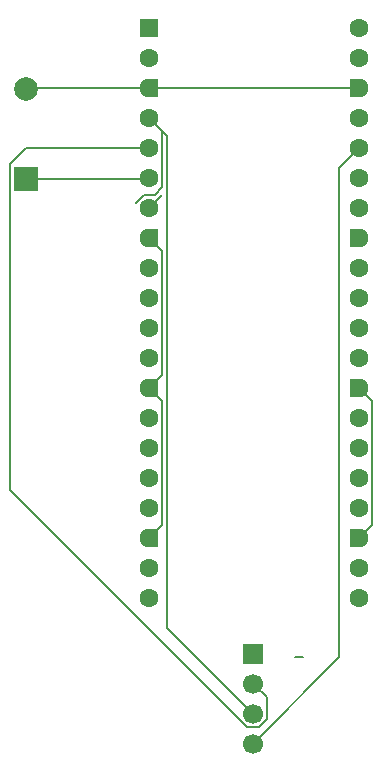
<source format=gbr>
%TF.GenerationSoftware,KiCad,Pcbnew,9.0.2*%
%TF.CreationDate,2025-06-22T19:03:17+05:30*%
%TF.ProjectId,rpiblindstick,72706962-6c69-46e6-9473-7469636b2e6b,rev?*%
%TF.SameCoordinates,Original*%
%TF.FileFunction,Copper,L2,Bot*%
%TF.FilePolarity,Positive*%
%FSLAX46Y46*%
G04 Gerber Fmt 4.6, Leading zero omitted, Abs format (unit mm)*
G04 Created by KiCad (PCBNEW 9.0.2) date 2025-06-22 19:03:17*
%MOMM*%
%LPD*%
G01*
G04 APERTURE LIST*
G04 Aperture macros list*
%AMRoundRect*
0 Rectangle with rounded corners*
0 $1 Rounding radius*
0 $2 $3 $4 $5 $6 $7 $8 $9 X,Y pos of 4 corners*
0 Add a 4 corners polygon primitive as box body*
4,1,4,$2,$3,$4,$5,$6,$7,$8,$9,$2,$3,0*
0 Add four circle primitives for the rounded corners*
1,1,$1+$1,$2,$3*
1,1,$1+$1,$4,$5*
1,1,$1+$1,$6,$7*
1,1,$1+$1,$8,$9*
0 Add four rect primitives between the rounded corners*
20,1,$1+$1,$2,$3,$4,$5,0*
20,1,$1+$1,$4,$5,$6,$7,0*
20,1,$1+$1,$6,$7,$8,$9,0*
20,1,$1+$1,$8,$9,$2,$3,0*%
%AMFreePoly0*
4,1,37,0.603843,0.796157,0.639018,0.796157,0.711114,0.766294,0.766294,0.711114,0.796157,0.639018,0.796157,0.603843,0.800000,0.600000,0.800000,-0.600000,0.796157,-0.603843,0.796157,-0.639018,0.766294,-0.711114,0.711114,-0.766294,0.639018,-0.796157,0.603843,-0.796157,0.600000,-0.800000,0.000000,-0.800000,0.000000,-0.796148,-0.078414,-0.796148,-0.232228,-0.765552,-0.377117,-0.705537,
-0.507515,-0.618408,-0.618408,-0.507515,-0.705537,-0.377117,-0.765552,-0.232228,-0.796148,-0.078414,-0.796148,0.078414,-0.765552,0.232228,-0.705537,0.377117,-0.618408,0.507515,-0.507515,0.618408,-0.377117,0.705537,-0.232228,0.765552,-0.078414,0.796148,0.000000,0.796148,0.000000,0.800000,0.600000,0.800000,0.603843,0.796157,0.603843,0.796157,$1*%
%AMFreePoly1*
4,1,37,0.000000,0.796148,0.078414,0.796148,0.232228,0.765552,0.377117,0.705537,0.507515,0.618408,0.618408,0.507515,0.705537,0.377117,0.765552,0.232228,0.796148,0.078414,0.796148,-0.078414,0.765552,-0.232228,0.705537,-0.377117,0.618408,-0.507515,0.507515,-0.618408,0.377117,-0.705537,0.232228,-0.765552,0.078414,-0.796148,0.000000,-0.796148,0.000000,-0.800000,-0.600000,-0.800000,
-0.603843,-0.796157,-0.639018,-0.796157,-0.711114,-0.766294,-0.766294,-0.711114,-0.796157,-0.639018,-0.796157,-0.603843,-0.800000,-0.600000,-0.800000,0.600000,-0.796157,0.603843,-0.796157,0.639018,-0.766294,0.711114,-0.711114,0.766294,-0.639018,0.796157,-0.603843,0.796157,-0.600000,0.800000,0.000000,0.800000,0.000000,0.796148,0.000000,0.796148,$1*%
G04 Aperture macros list end*
%TA.AperFunction,ComponentPad*%
%ADD10R,1.700000X1.700000*%
%TD*%
%TA.AperFunction,ComponentPad*%
%ADD11C,1.700000*%
%TD*%
%TA.AperFunction,ComponentPad*%
%ADD12RoundRect,0.200000X-0.600000X-0.600000X0.600000X-0.600000X0.600000X0.600000X-0.600000X0.600000X0*%
%TD*%
%TA.AperFunction,ComponentPad*%
%ADD13C,1.600000*%
%TD*%
%TA.AperFunction,ComponentPad*%
%ADD14FreePoly0,0.000000*%
%TD*%
%TA.AperFunction,ComponentPad*%
%ADD15FreePoly1,0.000000*%
%TD*%
%TA.AperFunction,ComponentPad*%
%ADD16R,2.000000X2.000000*%
%TD*%
%TA.AperFunction,ComponentPad*%
%ADD17C,2.000000*%
%TD*%
%TA.AperFunction,Conductor*%
%ADD18C,0.200000*%
%TD*%
G04 APERTURE END LIST*
D10*
%TO.P,J1,1,Pin_1*%
%TO.N,Net-(BZ1--)*%
X132250000Y-133710000D03*
D11*
%TO.P,J1,2,Pin_2*%
%TO.N,Net-(A1-GPIO3)*%
X132250000Y-136250000D03*
%TO.P,J1,3,Pin_3*%
%TO.N,Net-(A1-GPIO2)*%
X132250000Y-138790000D03*
%TO.P,J1,4,Pin_4*%
%TO.N,Net-(A1-3V3)*%
X132250000Y-141330000D03*
%TD*%
D12*
%TO.P,A1,1,GPIO0*%
%TO.N,unconnected-(A1-GPIO0-Pad1)*%
X123470000Y-80740000D03*
D13*
%TO.P,A1,2,GPIO1*%
%TO.N,unconnected-(A1-GPIO1-Pad2)*%
X123470000Y-83280000D03*
D14*
%TO.P,A1,3,GND*%
%TO.N,Net-(BZ1--)*%
X123470000Y-85820000D03*
D13*
%TO.P,A1,4,GPIO2*%
%TO.N,Net-(A1-GPIO2)*%
X123470000Y-88360000D03*
%TO.P,A1,5,GPIO3*%
%TO.N,Net-(A1-GPIO3)*%
X123470000Y-90900000D03*
%TO.P,A1,6,GPIO4*%
%TO.N,Net-(A1-GPIO4)*%
X123470000Y-93440000D03*
%TO.P,A1,7,GPIO5*%
%TO.N,unconnected-(A1-GPIO5-Pad7)*%
X123470000Y-95980000D03*
D14*
%TO.P,A1,8,GND*%
%TO.N,Net-(BZ1--)*%
X123470000Y-98520000D03*
D13*
%TO.P,A1,9,GPIO6*%
%TO.N,unconnected-(A1-GPIO6-Pad9)*%
X123470000Y-101060000D03*
%TO.P,A1,10,GPIO7*%
%TO.N,unconnected-(A1-GPIO7-Pad10)*%
X123470000Y-103600000D03*
%TO.P,A1,11,GPIO8*%
%TO.N,unconnected-(A1-GPIO8-Pad11)*%
X123470000Y-106140000D03*
%TO.P,A1,12,GPIO9*%
%TO.N,unconnected-(A1-GPIO9-Pad12)*%
X123470000Y-108680000D03*
D14*
%TO.P,A1,13,GND*%
%TO.N,Net-(BZ1--)*%
X123470000Y-111220000D03*
D13*
%TO.P,A1,14,GPIO10*%
%TO.N,unconnected-(A1-GPIO10-Pad14)*%
X123470000Y-113760000D03*
%TO.P,A1,15,GPIO11*%
%TO.N,unconnected-(A1-GPIO11-Pad15)*%
X123470000Y-116300000D03*
%TO.P,A1,16,GPIO12*%
%TO.N,unconnected-(A1-GPIO12-Pad16)*%
X123470000Y-118840000D03*
%TO.P,A1,17,GPIO13*%
%TO.N,unconnected-(A1-GPIO13-Pad17)*%
X123470000Y-121380000D03*
D14*
%TO.P,A1,18,GND*%
%TO.N,Net-(BZ1--)*%
X123470000Y-123920000D03*
D13*
%TO.P,A1,19,GPIO14*%
%TO.N,unconnected-(A1-GPIO14-Pad19)*%
X123470000Y-126460000D03*
%TO.P,A1,20,GPIO15*%
%TO.N,unconnected-(A1-GPIO15-Pad20)*%
X123470000Y-129000000D03*
%TO.P,A1,21,GPIO16*%
%TO.N,unconnected-(A1-GPIO16-Pad21)*%
X141250000Y-129000000D03*
%TO.P,A1,22,GPIO17*%
%TO.N,unconnected-(A1-GPIO17-Pad22)*%
X141250000Y-126460000D03*
D15*
%TO.P,A1,23,GND*%
%TO.N,Net-(BZ1--)*%
X141250000Y-123920000D03*
D13*
%TO.P,A1,24,GPIO18*%
%TO.N,unconnected-(A1-GPIO18-Pad24)*%
X141250000Y-121380000D03*
%TO.P,A1,25,GPIO19*%
%TO.N,unconnected-(A1-GPIO19-Pad25)*%
X141250000Y-118840000D03*
%TO.P,A1,26,GPIO20*%
%TO.N,unconnected-(A1-GPIO20-Pad26)*%
X141250000Y-116300000D03*
%TO.P,A1,27,GPIO21*%
%TO.N,unconnected-(A1-GPIO21-Pad27)*%
X141250000Y-113760000D03*
D15*
%TO.P,A1,28,GND*%
%TO.N,Net-(BZ1--)*%
X141250000Y-111220000D03*
D13*
%TO.P,A1,29,GPIO22*%
%TO.N,unconnected-(A1-GPIO22-Pad29)*%
X141250000Y-108680000D03*
%TO.P,A1,30,RUN*%
%TO.N,unconnected-(A1-RUN-Pad30)*%
X141250000Y-106140000D03*
%TO.P,A1,31,GPIO26_ADC0*%
%TO.N,unconnected-(A1-GPIO26_ADC0-Pad31)*%
X141250000Y-103600000D03*
%TO.P,A1,32,GPIO27_ADC1*%
%TO.N,unconnected-(A1-GPIO27_ADC1-Pad32)*%
X141250000Y-101060000D03*
D15*
%TO.P,A1,33,AGND*%
%TO.N,unconnected-(A1-AGND-Pad33)*%
X141250000Y-98520000D03*
D13*
%TO.P,A1,34,GPIO28_ADC2*%
%TO.N,unconnected-(A1-GPIO28_ADC2-Pad34)*%
X141250000Y-95980000D03*
%TO.P,A1,35,ADC_VREF*%
%TO.N,unconnected-(A1-ADC_VREF-Pad35)*%
X141250000Y-93440000D03*
%TO.P,A1,36,3V3*%
%TO.N,Net-(A1-3V3)*%
X141250000Y-90900000D03*
%TO.P,A1,37,3V3_EN*%
%TO.N,unconnected-(A1-3V3_EN-Pad37)*%
X141250000Y-88360000D03*
D15*
%TO.P,A1,38,GND*%
%TO.N,Net-(BZ1--)*%
X141250000Y-85820000D03*
D13*
%TO.P,A1,39,VSYS*%
%TO.N,unconnected-(A1-VSYS-Pad39)*%
X141250000Y-83280000D03*
%TO.P,A1,40,VBUS*%
%TO.N,unconnected-(A1-VBUS-Pad40)*%
X141250000Y-80740000D03*
%TD*%
D16*
%TO.P,BZ1,1,+*%
%TO.N,Net-(A1-GPIO4)*%
X113000000Y-93550000D03*
D17*
%TO.P,BZ1,2,-*%
%TO.N,Net-(BZ1--)*%
X113000000Y-85950000D03*
%TD*%
D18*
%TO.N,Net-(BZ1--)*%
X124571000Y-110119000D02*
X123470000Y-111220000D01*
X123470000Y-111220000D02*
X124571000Y-112321000D01*
X112250000Y-86000000D02*
X112430000Y-85820000D01*
X123470000Y-85820000D02*
X141250000Y-85820000D01*
X142351000Y-112321000D02*
X141250000Y-111220000D01*
X123470000Y-124562731D02*
X123470000Y-123920000D01*
X142351000Y-122819000D02*
X142351000Y-112321000D01*
X132460000Y-133710000D02*
X132500000Y-133750000D01*
X112430000Y-85820000D02*
X123470000Y-85820000D01*
X135830000Y-134000000D02*
X136500000Y-134000000D01*
X112250000Y-85950000D02*
X112250000Y-86000000D01*
X124571000Y-112321000D02*
X124571000Y-122819000D01*
X141250000Y-123920000D02*
X142351000Y-122819000D01*
X124571000Y-99621000D02*
X124571000Y-110119000D01*
X132250000Y-133710000D02*
X132460000Y-133710000D01*
X124571000Y-122819000D02*
X123470000Y-123920000D01*
X123470000Y-98520000D02*
X124571000Y-99621000D01*
%TO.N,Net-(A1-GPIO2)*%
X123470000Y-88360000D02*
X124571000Y-89461000D01*
X123013950Y-94879000D02*
X122364000Y-95528950D01*
X124571000Y-89461000D02*
X124571000Y-94234050D01*
X124972000Y-89862000D02*
X123470000Y-88360000D01*
X132250000Y-138790000D02*
X124972000Y-131512000D01*
X123926050Y-94879000D02*
X123013950Y-94879000D01*
X124571000Y-94234050D02*
X123926050Y-94879000D01*
X124972000Y-131512000D02*
X124972000Y-89862000D01*
%TO.N,Net-(A1-GPIO4)*%
X123360000Y-93550000D02*
X123470000Y-93440000D01*
X112250000Y-93550000D02*
X123360000Y-93550000D01*
%TO.N,Net-(A1-GPIO3)*%
X132250000Y-136250000D02*
X133401000Y-137401000D01*
X133401000Y-139266760D02*
X132726760Y-139941000D01*
X111699000Y-92249000D02*
X113048000Y-90900000D01*
X131773240Y-139941000D02*
X111699000Y-119866760D01*
X113048000Y-90900000D02*
X123470000Y-90900000D01*
X133401000Y-137401000D02*
X133401000Y-139266760D01*
X111699000Y-119866760D02*
X111699000Y-92249000D01*
X132726760Y-139941000D02*
X131773240Y-139941000D01*
%TO.N,Net-(A1-3V3)*%
X132250000Y-141330000D02*
X139561000Y-134019000D01*
X139561000Y-134019000D02*
X139561000Y-92589000D01*
X139561000Y-92589000D02*
X141250000Y-90900000D01*
X141250000Y-90900000D02*
X141400000Y-90900000D01*
X141400000Y-90900000D02*
X141500000Y-91000000D01*
%TO.N,unconnected-(A1-GPIO5-Pad7)*%
X124571000Y-94879000D02*
X123470000Y-95980000D01*
%TD*%
M02*

</source>
